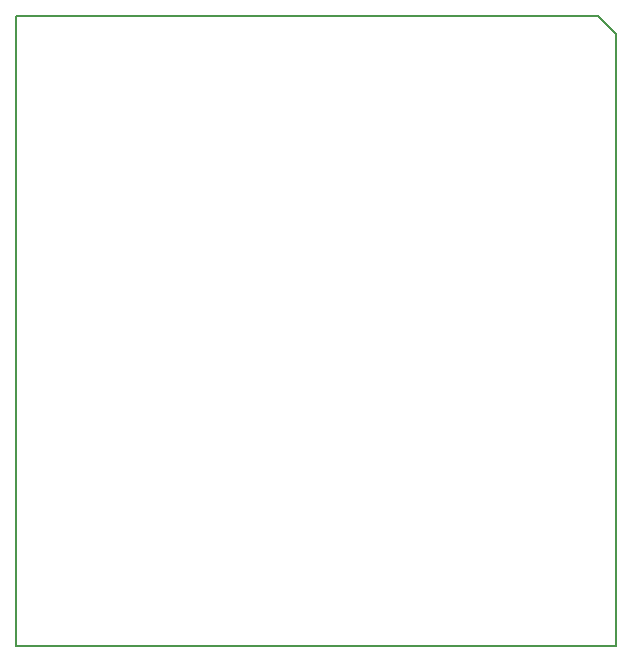
<source format=gbr>
G04 #@! TF.GenerationSoftware,KiCad,Pcbnew,(5.1.9-0-10_14)*
G04 #@! TF.CreationDate,2021-01-31T13:48:18+01:00*
G04 #@! TF.ProjectId,SX1280-Shield,53583132-3830-42d5-9368-69656c642e6b,rev?*
G04 #@! TF.SameCoordinates,Original*
G04 #@! TF.FileFunction,Profile,NP*
%FSLAX46Y46*%
G04 Gerber Fmt 4.6, Leading zero omitted, Abs format (unit mm)*
G04 Created by KiCad (PCBNEW (5.1.9-0-10_14)) date 2021-01-31 13:48:18*
%MOMM*%
%LPD*%
G01*
G04 APERTURE LIST*
G04 #@! TA.AperFunction,Profile*
%ADD10C,0.150000*%
G04 #@! TD*
G04 APERTURE END LIST*
D10*
X126238000Y-126365000D02*
X133858000Y-126365000D01*
X126238000Y-73025000D02*
X126238000Y-126365000D01*
X177038000Y-85979000D02*
X177038000Y-123825000D01*
X177038000Y-74549000D02*
X175514000Y-73025000D01*
X177038000Y-85979000D02*
X177038000Y-74549000D01*
X177038000Y-126365000D02*
X177038000Y-123825000D01*
X133858000Y-126365000D02*
X177038000Y-126365000D01*
X175514000Y-73025000D02*
X126238000Y-73025000D01*
M02*

</source>
